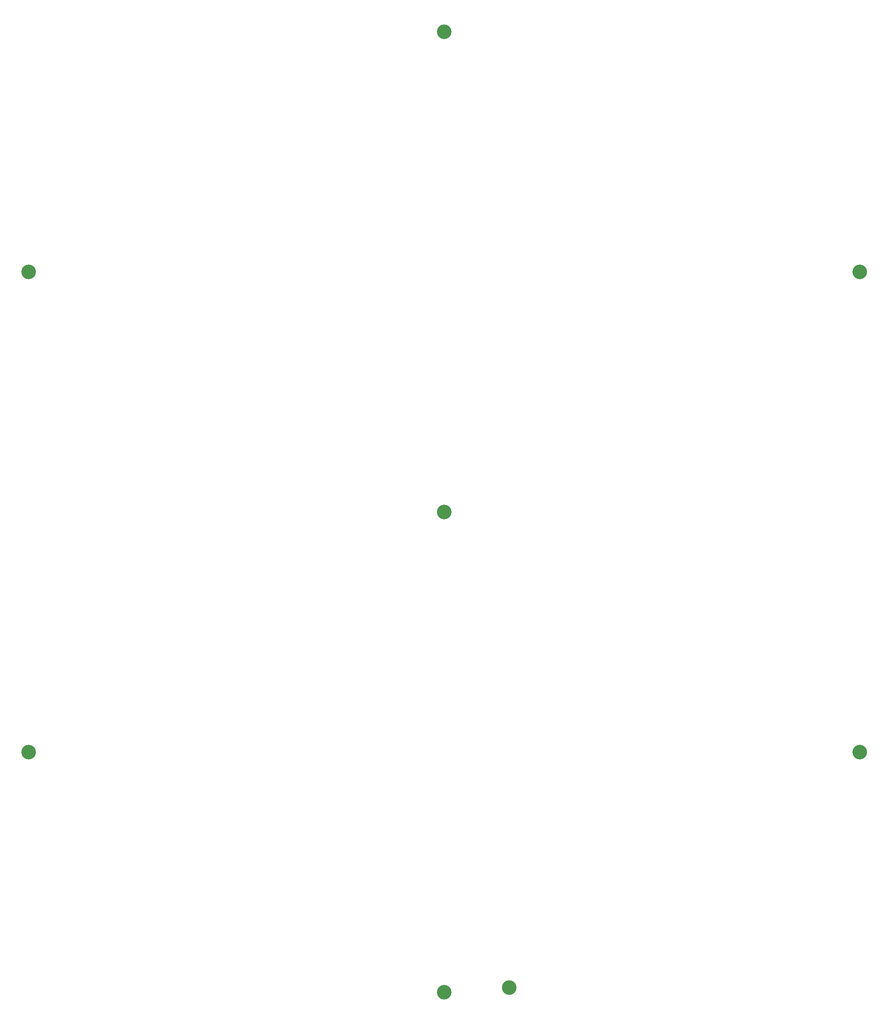
<source format=gbr>
G04 DipTrace 2.3.1.0*
%INTopMask_58744_REV3_BLACKPOINT.gbr*%
%MOIN*%
%ADD27C,0.126*%
%FSLAX44Y44*%
G04*
G70*
G90*
G75*
G01*
%LNTopMask*%
%LPD*%
D27*
X47244Y88587D3*
X11444Y67917D3*
X83044D3*
Y26577D3*
X11444D3*
X47244Y5907D3*
Y47247D3*
X52874Y6317D3*
M02*

</source>
